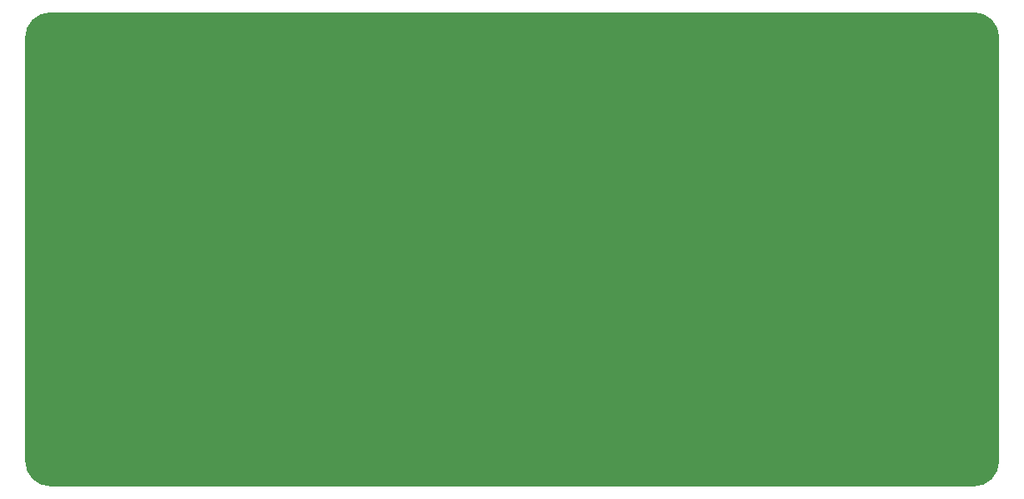
<source format=gbr>
G04 DipTrace 2.2.0.9*
%INBoard.gbr*%
%MOIN*%
%ADD11C,0.006*%
%FSLAX44Y44*%
%SFA1B1*%
%OFA0B0*%
G04*
G70*
G90*
G75*
G01*
%LNBoardPoly*%
%LPD*%
G36*
X4940Y3940D2*
D11*
X41940D1*
G03X42940Y4940I0J1000D01*
G01*
Y21940D1*
G03X41940Y22940I-1000J0D01*
G01*
X4940D1*
G03X3940Y21940I0J-1000D01*
G01*
Y4940D1*
G03X4940Y3940I1000J0D01*
G01*
G37*
M02*

</source>
